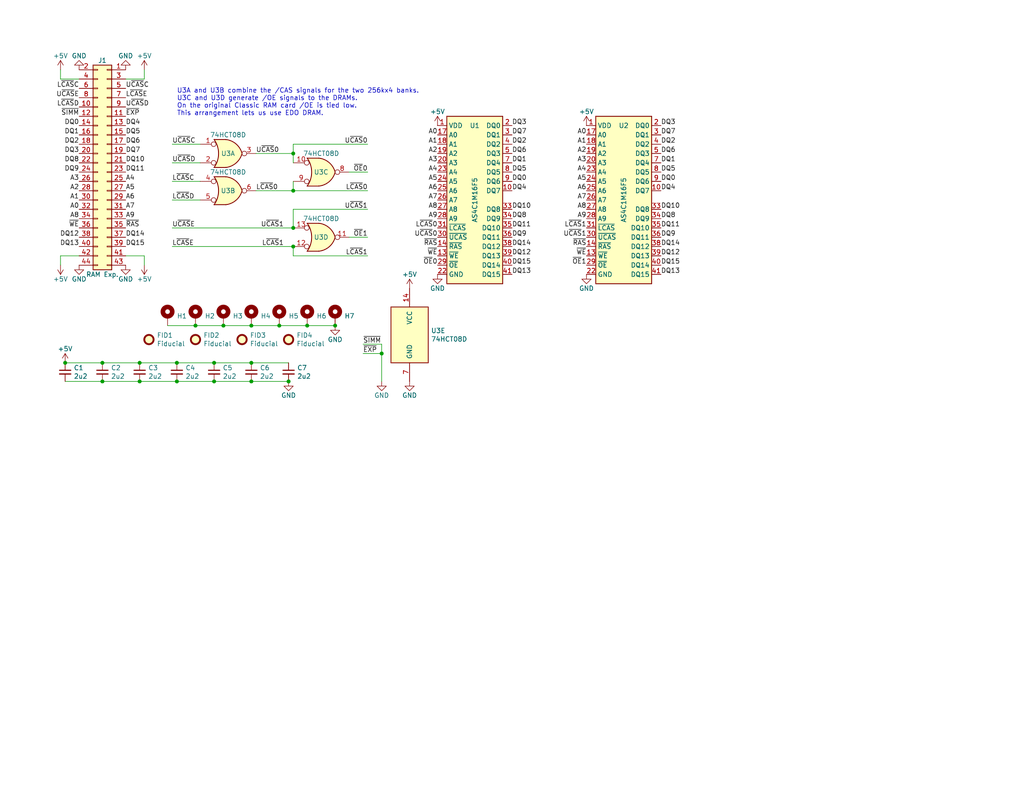
<source format=kicad_sch>
(kicad_sch (version 20211123) (generator eeschema)
  (paper "USLetter")
  (title_block (title "GW4406A") (date "2022-02-08") (rev "0.2") (company "Garrett's Workshop"))
  (lib_symbols
    (symbol "74xx:74LS08" (pin_names (offset 1.016))
      (property "Reference" "U" (at 0 1.27 0))
      (property "Value" "74LS08" (at 0 -1.27 0))
      (symbol "74LS08_1_1"
        (arc (start 0 -3.81) (mid 3.81 0) (end 0 3.81) (stroke (width 0.254)) (fill (type background)))
        (polyline (pts (xy 0 3.81) (xy -3.81 3.81) (xy -3.81 -3.81) (xy 0 -3.81)) (stroke (width 0.254)) (fill (type background)))
        (pin input line (at -7.62 2.54 0) (length 3.81) (name "~") (number "1"))
        (pin input line (at -7.62 -2.54 0) (length 3.81) (name "~") (number "2"))
        (pin output line (at 7.62 0 180) (length 3.81) (name "~") (number "3"))
      )
      (symbol "74LS08_1_2"
        (arc (start -3.81 -3.81) (mid -2.589 0) (end -3.81 3.81) (stroke (width 0.254)))
        (arc (start -0.6096 -3.81) (mid 2.1855 -2.584) (end 3.81 0) (stroke (width 0.254)) (fill (type background)))
        (polyline (pts (xy -3.81 -3.81) (xy -0.635 -3.81)) (stroke (width 0.254)) (fill (type background)))
        (polyline (pts (xy -3.81 3.81) (xy -0.635 3.81)) (stroke (width 0.254)) (fill (type background)))
        (polyline (pts (xy -0.635 3.81) (xy -3.81 3.81) (xy -3.81 3.81) (xy -3.556 3.4036) (xy -3.0226 2.2606) (xy -2.6924 1.0414) (xy -2.6162 -0.254) (xy -2.7686 -1.4986) (xy -3.175 -2.7178) (xy -3.81 -3.81) (xy -3.81 -3.81) (xy -0.635 -3.81)) (stroke (width -25.4)) (fill (type background)))
        (arc (start 3.81 0) (mid 2.1928 2.5925) (end -0.6096 3.81) (stroke (width 0.254)) (fill (type background)))
        (pin input inverted (at -7.62 2.54 0) (length 4.318) (name "~") (number "1"))
        (pin input inverted (at -7.62 -2.54 0) (length 4.318) (name "~") (number "2"))
        (pin output inverted (at 7.62 0 180) (length 3.81) (name "~") (number "3"))
      )
      (symbol "74LS08_2_1"
        (arc (start 0 -3.81) (mid 3.81 0) (end 0 3.81) (stroke (width 0.254)) (fill (type background)))
        (polyline (pts (xy 0 3.81) (xy -3.81 3.81) (xy -3.81 -3.81) (xy 0 -3.81)) (stroke (width 0.254)) (fill (type background)))
        (pin input line (at -7.62 2.54 0) (length 3.81) (name "~") (number "4"))
        (pin input line (at -7.62 -2.54 0) (length 3.81) (name "~") (number "5"))
        (pin output line (at 7.62 0 180) (length 3.81) (name "~") (number "6"))
      )
      (symbol "74LS08_2_2"
        (arc (start -3.81 -3.81) (mid -2.589 0) (end -3.81 3.81) (stroke (width 0.254)))
        (arc (start -0.6096 -3.81) (mid 2.1855 -2.584) (end 3.81 0) (stroke (width 0.254)) (fill (type background)))
        (polyline (pts (xy -3.81 -3.81) (xy -0.635 -3.81)) (stroke (width 0.254)) (fill (type background)))
        (polyline (pts (xy -3.81 3.81) (xy -0.635 3.81)) (stroke (width 0.254)) (fill (type background)))
        (polyline (pts (xy -0.635 3.81) (xy -3.81 3.81) (xy -3.81 3.81) (xy -3.556 3.4036) (xy -3.0226 2.2606) (xy -2.6924 1.0414) (xy -2.6162 -0.254) (xy -2.7686 -1.4986) (xy -3.175 -2.7178) (xy -3.81 -3.81) (xy -3.81 -3.81) (xy -0.635 -3.81)) (stroke (width -25.4)) (fill (type background)))
        (arc (start 3.81 0) (mid 2.1928 2.5925) (end -0.6096 3.81) (stroke (width 0.254)) (fill (type background)))
        (pin input inverted (at -7.62 2.54 0) (length 4.318) (name "~") (number "4"))
        (pin input inverted (at -7.62 -2.54 0) (length 4.318) (name "~") (number "5"))
        (pin output inverted (at 7.62 0 180) (length 3.81) (name "~") (number "6"))
      )
      (symbol "74LS08_3_1"
        (arc (start 0 -3.81) (mid 3.81 0) (end 0 3.81) (stroke (width 0.254)) (fill (type background)))
        (polyline (pts (xy 0 3.81) (xy -3.81 3.81) (xy -3.81 -3.81) (xy 0 -3.81)) (stroke (width 0.254)) (fill (type background)))
        (pin input line (at -7.62 -2.54 0) (length 3.81) (name "~") (number "10"))
        (pin output line (at 7.62 0 180) (length 3.81) (name "~") (number "8"))
        (pin input line (at -7.62 2.54 0) (length 3.81) (name "~") (number "9"))
      )
      (symbol "74LS08_3_2"
        (arc (start -3.81 -3.81) (mid -2.589 0) (end -3.81 3.81) (stroke (width 0.254)))
        (arc (start -0.6096 -3.81) (mid 2.1855 -2.584) (end 3.81 0) (stroke (width 0.254)) (fill (type background)))
        (polyline (pts (xy -3.81 -3.81) (xy -0.635 -3.81)) (stroke (width 0.254)) (fill (type background)))
        (polyline (pts (xy -3.81 3.81) (xy -0.635 3.81)) (stroke (width 0.254)) (fill (type background)))
        (polyline (pts (xy -0.635 3.81) (xy -3.81 3.81) (xy -3.81 3.81) (xy -3.556 3.4036) (xy -3.0226 2.2606) (xy -2.6924 1.0414) (xy -2.6162 -0.254) (xy -2.7686 -1.4986) (xy -3.175 -2.7178) (xy -3.81 -3.81) (xy -3.81 -3.81) (xy -0.635 -3.81)) (stroke (width -25.4)) (fill (type background)))
        (arc (start 3.81 0) (mid 2.1928 2.5925) (end -0.6096 3.81) (stroke (width 0.254)) (fill (type background)))
        (pin input inverted (at -7.62 -2.54 0) (length 4.318) (name "~") (number "10"))
        (pin output inverted (at 7.62 0 180) (length 3.81) (name "~") (number "8"))
        (pin input inverted (at -7.62 2.54 0) (length 4.318) (name "~") (number "9"))
      )
      (symbol "74LS08_4_1"
        (arc (start 0 -3.81) (mid 3.81 0) (end 0 3.81) (stroke (width 0.254)) (fill (type background)))
        (polyline (pts (xy 0 3.81) (xy -3.81 3.81) (xy -3.81 -3.81) (xy 0 -3.81)) (stroke (width 0.254)) (fill (type background)))
        (pin output line (at 7.62 0 180) (length 3.81) (name "~") (number "11"))
        (pin input line (at -7.62 2.54 0) (length 3.81) (name "~") (number "12"))
        (pin input line (at -7.62 -2.54 0) (length 3.81) (name "~") (number "13"))
      )
      (symbol "74LS08_4_2"
        (arc (start -3.81 -3.81) (mid -2.589 0) (end -3.81 3.81) (stroke (width 0.254)))
        (arc (start -0.6096 -3.81) (mid 2.1855 -2.584) (end 3.81 0) (stroke (width 0.254)) (fill (type background)))
        (polyline (pts (xy -3.81 -3.81) (xy -0.635 -3.81)) (stroke (width 0.254)) (fill (type background)))
        (polyline (pts (xy -3.81 3.81) (xy -0.635 3.81)) (stroke (width 0.254)) (fill (type background)))
        (polyline (pts (xy -0.635 3.81) (xy -3.81 3.81) (xy -3.81 3.81) (xy -3.556 3.4036) (xy -3.0226 2.2606) (xy -2.6924 1.0414) (xy -2.6162 -0.254) (xy -2.7686 -1.4986) (xy -3.175 -2.7178) (xy -3.81 -3.81) (xy -3.81 -3.81) (xy -0.635 -3.81)) (stroke (width -25.4)) (fill (type background)))
        (arc (start 3.81 0) (mid 2.1928 2.5925) (end -0.6096 3.81) (stroke (width 0.254)) (fill (type background)))
        (pin output inverted (at 7.62 0 180) (length 3.81) (name "~") (number "11"))
        (pin input inverted (at -7.62 2.54 0) (length 4.318) (name "~") (number "12"))
        (pin input inverted (at -7.62 -2.54 0) (length 4.318) (name "~") (number "13"))
      )
      (symbol "74LS08_5_0"
        (pin power_in line (at 0 12.7 270) (length 5.08) (name "VCC") (number "14"))
        (pin power_in line (at 0 -12.7 90) (length 5.08) (name "GND") (number "7"))
      )
      (symbol "74LS08_5_1"
        (rectangle (start -5.08 7.62) (end 5.08 -7.62) (stroke (width 0.254)) (fill (type background)))
      )
    )
    (symbol "Connector_Generic:Conn_02x22_Odd_Even" (pin_names (offset 1.016) hide)
      (property "Reference" "J" (at 1.27 27.94 0))
      (property "Value" "Conn_02x22_Odd_Even" (at 1.27 -30.48 0))
      (symbol "Conn_02x22_Odd_Even_1_1"
        (rectangle (start -1.27 -27.813) (end 0 -28.067) (stroke (width 0.1524)))
        (rectangle (start -1.27 -25.273) (end 0 -25.527) (stroke (width 0.1524)))
        (rectangle (start -1.27 -22.733) (end 0 -22.987) (stroke (width 0.1524)))
        (rectangle (start -1.27 -20.193) (end 0 -20.447) (stroke (width 0.1524)))
        (rectangle (start -1.27 -17.653) (end 0 -17.907) (stroke (width 0.1524)))
        (rectangle (start -1.27 -15.113) (end 0 -15.367) (stroke (width 0.1524)))
        (rectangle (start -1.27 -12.573) (end 0 -12.827) (stroke (width 0.1524)))
        (rectangle (start -1.27 -10.033) (end 0 -10.287) (stroke (width 0.1524)))
        (rectangle (start -1.27 -7.493) (end 0 -7.747) (stroke (width 0.1524)))
        (rectangle (start -1.27 -4.953) (end 0 -5.207) (stroke (width 0.1524)))
        (rectangle (start -1.27 -2.413) (end 0 -2.667) (stroke (width 0.1524)))
        (rectangle (start -1.27 0.127) (end 0 -0.127) (stroke (width 0.1524)))
        (rectangle (start -1.27 2.667) (end 0 2.413) (stroke (width 0.1524)))
        (rectangle (start -1.27 5.207) (end 0 4.953) (stroke (width 0.1524)))
        (rectangle (start -1.27 7.747) (end 0 7.493) (stroke (width 0.1524)))
        (rectangle (start -1.27 10.287) (end 0 10.033) (stroke (width 0.1524)))
        (rectangle (start -1.27 12.827) (end 0 12.573) (stroke (width 0.1524)))
        (rectangle (start -1.27 15.367) (end 0 15.113) (stroke (width 0.1524)))
        (rectangle (start -1.27 17.907) (end 0 17.653) (stroke (width 0.1524)))
        (rectangle (start -1.27 20.447) (end 0 20.193) (stroke (width 0.1524)))
        (rectangle (start -1.27 22.987) (end 0 22.733) (stroke (width 0.1524)))
        (rectangle (start -1.27 25.527) (end 0 25.273) (stroke (width 0.1524)))
        (rectangle (start -1.27 26.67) (end 3.81 -29.21) (stroke (width 0.254)) (fill (type background)))
        (rectangle (start 3.81 -27.813) (end 2.54 -28.067) (stroke (width 0.1524)))
        (rectangle (start 3.81 -25.273) (end 2.54 -25.527) (stroke (width 0.1524)))
        (rectangle (start 3.81 -22.733) (end 2.54 -22.987) (stroke (width 0.1524)))
        (rectangle (start 3.81 -20.193) (end 2.54 -20.447) (stroke (width 0.1524)))
        (rectangle (start 3.81 -17.653) (end 2.54 -17.907) (stroke (width 0.1524)))
        (rectangle (start 3.81 -15.113) (end 2.54 -15.367) (stroke (width 0.1524)))
        (rectangle (start 3.81 -12.573) (end 2.54 -12.827) (stroke (width 0.1524)))
        (rectangle (start 3.81 -10.033) (end 2.54 -10.287) (stroke (width 0.1524)))
        (rectangle (start 3.81 -7.493) (end 2.54 -7.747) (stroke (width 0.1524)))
        (rectangle (start 3.81 -4.953) (end 2.54 -5.207) (stroke (width 0.1524)))
        (rectangle (start 3.81 -2.413) (end 2.54 -2.667) (stroke (width 0.1524)))
        (rectangle (start 3.81 0.127) (end 2.54 -0.127) (stroke (width 0.1524)))
        (rectangle (start 3.81 2.667) (end 2.54 2.413) (stroke (width 0.1524)))
        (rectangle (start 3.81 5.207) (end 2.54 4.953) (stroke (width 0.1524)))
        (rectangle (start 3.81 7.747) (end 2.54 7.493) (stroke (width 0.1524)))
        (rectangle (start 3.81 10.287) (end 2.54 10.033) (stroke (width 0.1524)))
        (rectangle (start 3.81 12.827) (end 2.54 12.573) (stroke (width 0.1524)))
        (rectangle (start 3.81 15.367) (end 2.54 15.113) (stroke (width 0.1524)))
        (rectangle (start 3.81 17.907) (end 2.54 17.653) (stroke (width 0.1524)))
        (rectangle (start 3.81 20.447) (end 2.54 20.193) (stroke (width 0.1524)))
        (rectangle (start 3.81 22.987) (end 2.54 22.733) (stroke (width 0.1524)))
        (rectangle (start 3.81 25.527) (end 2.54 25.273) (stroke (width 0.1524)))
        (pin passive line (at -5.08 25.4 0) (length 3.81) (name "Pin_1") (number "1"))
        (pin passive line (at 7.62 15.24 180) (length 3.81) (name "Pin_10") (number "10"))
        (pin passive line (at -5.08 12.7 0) (length 3.81) (name "Pin_11") (number "11"))
        (pin passive line (at 7.62 12.7 180) (length 3.81) (name "Pin_12") (number "12"))
        (pin passive line (at -5.08 10.16 0) (length 3.81) (name "Pin_13") (number "13"))
        (pin passive line (at 7.62 10.16 180) (length 3.81) (name "Pin_14") (number "14"))
        (pin passive line (at -5.08 7.62 0) (length 3.81) (name "Pin_15") (number "15"))
        (pin passive line (at 7.62 7.62 180) (length 3.81) (name "Pin_16") (number "16"))
        (pin passive line (at -5.08 5.08 0) (length 3.81) (name "Pin_17") (number "17"))
        (pin passive line (at 7.62 5.08 180) (length 3.81) (name "Pin_18") (number "18"))
        (pin passive line (at -5.08 2.54 0) (length 3.81) (name "Pin_19") (number "19"))
        (pin passive line (at 7.62 25.4 180) (length 3.81) (name "Pin_2") (number "2"))
        (pin passive line (at 7.62 2.54 180) (length 3.81) (name "Pin_20") (number "20"))
        (pin passive line (at -5.08 0 0) (length 3.81) (name "Pin_21") (number "21"))
        (pin passive line (at 7.62 0 180) (length 3.81) (name "Pin_22") (number "22"))
        (pin passive line (at -5.08 -2.54 0) (length 3.81) (name "Pin_23") (number "23"))
        (pin passive line (at 7.62 -2.54 180) (length 3.81) (name "Pin_24") (number "24"))
        (pin passive line (at -5.08 -5.08 0) (length 3.81) (name "Pin_25") (number "25"))
        (pin passive line (at 7.62 -5.08 180) (length 3.81) (name "Pin_26") (number "26"))
        (pin passive line (at -5.08 -7.62 0) (length 3.81) (name "Pin_27") (number "27"))
        (pin passive line (at 7.62 -7.62 180) (length 3.81) (name "Pin_28") (number "28"))
        (pin passive line (at -5.08 -10.16 0) (length 3.81) (name "Pin_29") (number "29"))
        (pin passive line (at -5.08 22.86 0) (length 3.81) (name "Pin_3") (number "3"))
        (pin passive line (at 7.62 -10.16 180) (length 3.81) (name "Pin_30") (number "30"))
        (pin passive line (at -5.08 -12.7 0) (length 3.81) (name "Pin_31") (number "31"))
        (pin passive line (at 7.62 -12.7 180) (length 3.81) (name "Pin_32") (number "32"))
        (pin passive line (at -5.08 -15.24 0) (length 3.81) (name "Pin_33") (number "33"))
        (pin passive line (at 7.62 -15.24 180) (length 3.81) (name "Pin_34") (number "34"))
        (pin passive line (at -5.08 -17.78 0) (length 3.81) (name "Pin_35") (number "35"))
        (pin passive line (at 7.62 -17.78 180) (length 3.81) (name "Pin_36") (number "36"))
        (pin passive line (at -5.08 -20.32 0) (length 3.81) (name "Pin_37") (number "37"))
        (pin passive line (at 7.62 -20.32 180) (length 3.81) (name "Pin_38") (number "38"))
        (pin passive line (at -5.08 -22.86 0) (length 3.81) (name "Pin_39") (number "39"))
        (pin passive line (at 7.62 22.86 180) (length 3.81) (name "Pin_4") (number "4"))
        (pin passive line (at 7.62 -22.86 180) (length 3.81) (name "Pin_40") (number "40"))
        (pin passive line (at -5.08 -25.4 0) (length 3.81) (name "Pin_41") (number "41"))
        (pin passive line (at 7.62 -25.4 180) (length 3.81) (name "Pin_42") (number "42"))
        (pin passive line (at -5.08 -27.94 0) (length 3.81) (name "Pin_43") (number "43"))
        (pin passive line (at 7.62 -27.94 180) (length 3.81) (name "Pin_44") (number "44"))
        (pin passive line (at -5.08 20.32 0) (length 3.81) (name "Pin_5") (number "5"))
        (pin passive line (at 7.62 20.32 180) (length 3.81) (name "Pin_6") (number "6"))
        (pin passive line (at -5.08 17.78 0) (length 3.81) (name "Pin_7") (number "7"))
        (pin passive line (at 7.62 17.78 180) (length 3.81) (name "Pin_8") (number "8"))
        (pin passive line (at -5.08 15.24 0) (length 3.81) (name "Pin_9") (number "9"))
      )
    )
    (symbol "Device:C_Small" (pin_numbers hide) (pin_names (offset 0.254) hide)
      (property "Reference" "C" (at 0.254 1.778 0))
      (property "Value" "C_Small" (at 0.254 -2.032 0))
      (symbol "C_Small_0_1"
        (polyline (pts (xy -1.524 -0.508) (xy 1.524 -0.508)) (stroke (width 0.3302)))
        (polyline (pts (xy -1.524 0.508) (xy 1.524 0.508)) (stroke (width 0.3048)))
      )
      (symbol "C_Small_1_1"
        (pin passive line (at 0 2.54 270) (length 2.032) (name "~") (number "1"))
        (pin passive line (at 0 -2.54 90) (length 2.032) (name "~") (number "2"))
      )
    )
    (symbol "GW_RAM:DRAM-1Mx16-SOP-42"
      (property "Reference" "U" (at 0 24.13 0))
      (property "Value" "DRAM-1Mx16-SOP-42" (at 0 0 90))
      (symbol "DRAM-1Mx16-SOP-42_0_1"
        (rectangle (start -7.62 22.86) (end 7.62 -22.86) (stroke (width 0.254)) (fill (type background)))
      )
      (symbol "DRAM-1Mx16-SOP-42_1_1"
        (pin power_in line (at -10.16 20.32 0) (length 2.54) (name "VDD") (number "1"))
        (pin bidirectional line (at 10.16 2.54 180) (length 2.54) (name "DQ7") (number "10"))
        (pin no_connect line (at 10.16 1.27 180) (length 2.54) hide (name "NC") (number "11"))
        (pin no_connect line (at 10.16 0 180) (length 2.54) hide (name "NC") (number "12"))
        (pin input line (at -10.16 -15.24 0) (length 2.54) (name "~{WE}") (number "13"))
        (pin input line (at -10.16 -12.7 0) (length 2.54) (name "~{RAS}") (number "14"))
        (pin no_connect line (at 10.16 21.59 180) (length 2.54) hide (name "NC") (number "15"))
        (pin no_connect line (at 10.16 -21.59 180) (length 2.54) hide (name "NC") (number "16"))
        (pin input line (at -10.16 17.78 0) (length 2.54) (name "A0") (number "17"))
        (pin input line (at -10.16 15.24 0) (length 2.54) (name "A1") (number "18"))
        (pin input line (at -10.16 12.7 0) (length 2.54) (name "A2") (number "19"))
        (pin bidirectional line (at 10.16 20.32 180) (length 2.54) (name "DQ0") (number "2"))
        (pin input line (at -10.16 10.16 0) (length 2.54) (name "A3") (number "20"))
        (pin power_in line (at -10.16 20.32 0) (length 2.54) hide (name "VDD") (number "21"))
        (pin power_in line (at -10.16 -20.32 0) (length 2.54) (name "GND") (number "22"))
        (pin input line (at -10.16 7.62 0) (length 2.54) (name "A4") (number "23"))
        (pin input line (at -10.16 5.08 0) (length 2.54) (name "A5") (number "24"))
        (pin input line (at -10.16 2.54 0) (length 2.54) (name "A6") (number "25"))
        (pin input line (at -10.16 0 0) (length 2.54) (name "A7") (number "26"))
        (pin input line (at -10.16 -2.54 0) (length 2.54) (name "A8") (number "27"))
        (pin input line (at -10.16 -5.08 0) (length 2.54) (name "A9") (number "28"))
        (pin input line (at -10.16 -17.78 0) (length 2.54) (name "~{OE}") (number "29"))
        (pin bidirectional line (at 10.16 17.78 180) (length 2.54) (name "DQ1") (number "3"))
        (pin input line (at -10.16 -10.16 0) (length 2.54) (name "~{UCAS}") (number "30"))
        (pin input line (at -10.16 -7.62 0) (length 2.54) (name "~{LCAS}") (number "31"))
        (pin no_connect line (at 10.16 -1.27 180) (length 2.54) hide (name "NC") (number "32"))
        (pin bidirectional line (at 10.16 -2.54 180) (length 2.54) (name "DQ8") (number "33"))
        (pin bidirectional line (at 10.16 -5.08 180) (length 2.54) (name "DQ9") (number "34"))
        (pin bidirectional line (at 10.16 -7.62 180) (length 2.54) (name "DQ10") (number "35"))
        (pin bidirectional line (at 10.16 -10.16 180) (length 2.54) (name "DQ11") (number "36"))
        (pin power_in line (at -10.16 -20.32 0) (length 2.54) hide (name "GND") (number "37"))
        (pin bidirectional line (at 10.16 -12.7 180) (length 2.54) (name "DQ12") (number "38"))
        (pin bidirectional line (at 10.16 -15.24 180) (length 2.54) (name "DQ13") (number "39"))
        (pin bidirectional line (at 10.16 15.24 180) (length 2.54) (name "DQ2") (number "4"))
        (pin bidirectional line (at 10.16 -17.78 180) (length 2.54) (name "DQ14") (number "40"))
        (pin bidirectional line (at 10.16 -20.32 180) (length 2.54) (name "DQ15") (number "41"))
        (pin power_in line (at -10.16 -20.32 0) (length 2.54) hide (name "GND") (number "42"))
        (pin bidirectional line (at 10.16 12.7 180) (length 2.54) (name "DQ3") (number "5"))
        (pin power_in line (at -10.16 20.32 0) (length 2.54) hide (name "VDD") (number "6"))
        (pin bidirectional line (at 10.16 10.16 180) (length 2.54) (name "DQ4") (number "7"))
        (pin bidirectional line (at 10.16 7.62 180) (length 2.54) (name "DQ5") (number "8"))
        (pin bidirectional line (at 10.16 5.08 180) (length 2.54) (name "DQ6") (number "9"))
      )
    )
    (symbol "Mechanical:Fiducial"
      (property "Reference" "FID" (at 0 5.08 0))
      (property "Value" "Fiducial" (at 0 3.175 0))
      (symbol "Fiducial_0_1"
        (circle (center 0 0) (radius 1.27) (stroke (width 0.508)) (fill (type background)))
      )
    )
    (symbol "Mechanical:MountingHole_Pad" (pin_numbers hide) (pin_names (offset 1.016) hide)
      (property "Reference" "H" (at 0 6.35 0))
      (property "Value" "MountingHole_Pad" (at 0 4.445 0))
      (symbol "MountingHole_Pad_0_1"
        (circle (center 0 1.27) (radius 1.27) (stroke (width 1.27)))
      )
      (symbol "MountingHole_Pad_1_1"
        (pin input line (at 0 -2.54 90) (length 2.54) (name "1") (number "1"))
      )
    )
    (symbol "power:+5V" (power) (pin_names (offset 0))
      (property "Value" "+5V" (at 0 3.556 0))
      (symbol "+5V_0_1"
        (polyline (pts (xy -0.762 1.27) (xy 0 2.54)))
        (polyline (pts (xy 0 0) (xy 0 2.54)))
        (polyline (pts (xy 0 2.54) (xy 0.762 1.27)))
      )
      (symbol "+5V_1_1"
        (pin power_in line (at 0 0 90) (length 0) hide (name "+5V") (number "1"))
      )
    )
    (symbol "power:GND" (power) (pin_names (offset 0))
      (property "Value" "GND" (at 0 -3.81 0))
      (symbol "GND_0_1"
        (polyline (pts (xy 0 0) (xy 0 -1.27) (xy 1.27 -1.27) (xy 0 -2.54) (xy -1.27 -1.27) (xy 0 -1.27)))
      )
      (symbol "GND_1_1"
        (pin power_in line (at 0 0 270) (length 0) hide (name "GND") (number "1"))
      )
    )
  )
  (junction (at 38.1 104.14))
  (junction (at 76.2 88.9))
  (junction (at 80.01 52.07))
  (junction (at 17.78 99.06))
  (junction (at 68.58 99.06))
  (junction (at 104.14 96.52))
  (junction (at 68.58 104.14))
  (junction (at 78.74 104.14))
  (junction (at 80.01 62.23))
  (junction (at 68.58 88.9))
  (junction (at 80.01 41.91))
  (junction (at 80.01 67.31))
  (junction (at 91.44 88.9))
  (junction (at 48.26 99.06))
  (junction (at 48.26 104.14))
  (junction (at 38.1 99.06))
  (junction (at 83.82 88.9))
  (junction (at 60.96 88.9))
  (junction (at 53.34 88.9))
  (junction (at 58.42 104.14))
  (junction (at 27.94 104.14))
  (junction (at 58.42 99.06))
  (junction (at 27.94 99.06))
  (wire (pts (xy 80.01 62.23) (xy 80.01 57.15)))
  (wire (pts (xy 80.01 49.53) (xy 80.01 52.07)))
  (wire (pts (xy 83.82 88.9) (xy 91.44 88.9)))
  (wire (pts (xy 16.51 69.85) (xy 21.59 69.85)))
  (wire (pts (xy 58.42 99.06) (xy 68.58 99.06)))
  (wire (pts (xy 68.58 104.14) (xy 78.74 104.14)))
  (wire (pts (xy 80.01 52.07) (xy 100.33 52.07)))
  (wire (pts (xy 39.37 69.85) (xy 34.29 69.85)))
  (wire (pts (xy 45.72 88.9) (xy 53.34 88.9)))
  (wire (pts (xy 69.85 41.91) (xy 80.01 41.91)))
  (wire (pts (xy 46.99 39.37) (xy 54.61 39.37)))
  (wire (pts (xy 17.78 104.14) (xy 27.94 104.14)))
  (wire (pts (xy 38.1 104.14) (xy 48.26 104.14)))
  (wire (pts (xy 104.14 93.98) (xy 99.06 93.98)))
  (wire (pts (xy 38.1 99.06) (xy 48.26 99.06)))
  (wire (pts (xy 27.94 99.06) (xy 38.1 99.06)))
  (wire (pts (xy 104.14 104.14) (xy 104.14 96.52)))
  (wire (pts (xy 104.14 96.52) (xy 104.14 93.98)))
  (wire (pts (xy 80.01 57.15) (xy 100.33 57.15)))
  (wire (pts (xy 80.01 62.23) (xy 46.99 62.23)))
  (wire (pts (xy 58.42 104.14) (xy 68.58 104.14)))
  (wire (pts (xy 16.51 19.05) (xy 16.51 21.59)))
  (wire (pts (xy 39.37 19.05) (xy 39.37 21.59)))
  (wire (pts (xy 27.94 104.14) (xy 38.1 104.14)))
  (wire (pts (xy 46.99 44.45) (xy 54.61 44.45)))
  (wire (pts (xy 17.78 99.06) (xy 27.94 99.06)))
  (wire (pts (xy 80.01 39.37) (xy 100.33 39.37)))
  (wire (pts (xy 80.01 41.91) (xy 80.01 39.37)))
  (wire (pts (xy 60.96 88.9) (xy 68.58 88.9)))
  (wire (pts (xy 39.37 72.39) (xy 39.37 69.85)))
  (wire (pts (xy 68.58 88.9) (xy 76.2 88.9)))
  (wire (pts (xy 100.33 46.99) (xy 95.25 46.99)))
  (wire (pts (xy 76.2 88.9) (xy 83.82 88.9)))
  (wire (pts (xy 68.58 99.06) (xy 78.74 99.06)))
  (wire (pts (xy 16.51 72.39) (xy 16.51 69.85)))
  (wire (pts (xy 80.01 67.31) (xy 80.01 69.85)))
  (wire (pts (xy 54.61 49.53) (xy 46.99 49.53)))
  (wire (pts (xy 46.99 54.61) (xy 54.61 54.61)))
  (wire (pts (xy 80.01 52.07) (xy 69.85 52.07)))
  (wire (pts (xy 48.26 99.06) (xy 58.42 99.06)))
  (wire (pts (xy 80.01 44.45) (xy 80.01 41.91)))
  (wire (pts (xy 48.26 104.14) (xy 58.42 104.14)))
  (wire (pts (xy 16.51 21.59) (xy 21.59 21.59)))
  (wire (pts (xy 39.37 21.59) (xy 34.29 21.59)))
  (wire (pts (xy 100.33 64.77) (xy 95.25 64.77)))
  (wire (pts (xy 99.06 96.52) (xy 104.14 96.52)))
  (wire (pts (xy 80.01 67.31) (xy 46.99 67.31)))
  (wire (pts (xy 53.34 88.9) (xy 60.96 88.9)))
  (wire (pts (xy 80.01 69.85) (xy 100.33 69.85)))
  (text "U3A and U3B combine the /CAS signals for the two 256kx4 banks.\nU3C and U3D generate /OE signals to the DRAMs.\nOn the original Classic RAM card /OE is tied low.\nThis arrangement lets us use EDO DRAM." (at 48.26 31.75 0) (effects (font (size 1.27 1.27)) (justify left bottom)))
  (label "L~{CAS}0" (at 69.85 52.07 0))
  (label "DQ2" (at 180.34 39.37 0))
  (label "A3" (at 160.02 44.45 180))
  (label "DQ10" (at 180.34 57.15 0))
  (label "~{OE}1" (at 160.02 72.39 180))
  (label "DQ7" (at 180.34 36.83 0))
  (label "DQ1" (at 21.59 36.83 180))
  (label "A7" (at 160.02 54.61 180))
  (label "DQ7" (at 34.29 41.91 0))
  (label "~{EXP}" (at 99.06 96.52 0))
  (label "~{RAS}" (at 119.38 67.31 180))
  (label "A8" (at 160.02 57.15 180))
  (label "A0" (at 119.38 36.83 180))
  (label "A8" (at 119.38 57.15 180))
  (label "~{SIMM}" (at 99.06 93.98 0))
  (label "~{WE}" (at 119.38 69.85 180))
  (label "A3" (at 21.59 49.53 180))
  (label "~{OE}0" (at 119.38 72.39 180))
  (label "DQ0" (at 139.7 49.53 0))
  (label "~{WE}" (at 21.59 62.23 180))
  (label "A4" (at 160.02 46.99 180))
  (label "DQ12" (at 139.7 69.85 0))
  (label "U~{CAS}E" (at 21.59 26.67 180))
  (label "DQ2" (at 21.59 39.37 180))
  (label "~{EXP}" (at 34.29 31.75 0))
  (label "A9" (at 160.02 59.69 180))
  (label "~{RAS}" (at 34.29 62.23 0))
  (label "DQ10" (at 34.29 44.45 0))
  (label "DQ8" (at 180.34 59.69 0))
  (label "DQ12" (at 180.34 69.85 0))
  (label "DQ0" (at 180.34 49.53 0))
  (label "DQ5" (at 180.34 46.99 0))
  (label "DQ6" (at 34.29 39.37 0))
  (label "U~{CAS}0" (at 100.33 39.37 180))
  (label "~{SIMM}" (at 21.59 31.75 180))
  (label "U~{CAS}C" (at 34.29 24.13 0))
  (label "A0" (at 21.59 57.15 180))
  (label "A9" (at 119.38 59.69 180))
  (label "A4" (at 34.29 49.53 0))
  (label "A1" (at 21.59 54.61 180))
  (label "A7" (at 34.29 57.15 0))
  (label "A9" (at 34.29 59.69 0))
  (label "DQ4" (at 34.29 34.29 0))
  (label "L~{CAS}1" (at 77.47 67.31 180))
  (label "U~{CAS}1" (at 160.02 64.77 180))
  (label "A0" (at 160.02 36.83 180))
  (label "U~{CAS}1" (at 100.33 57.15 180))
  (label "~{OE}1" (at 100.33 64.77 180))
  (label "DQ10" (at 139.7 57.15 0))
  (label "DQ9" (at 139.7 64.77 0))
  (label "DQ14" (at 139.7 67.31 0))
  (label "L~{CAS}D" (at 21.59 29.21 180))
  (label "DQ9" (at 180.34 64.77 0))
  (label "A3" (at 119.38 44.45 180))
  (label "L~{CAS}E" (at 46.99 67.31 0))
  (label "DQ4" (at 180.34 52.07 0))
  (label "L~{CAS}1" (at 160.02 62.23 180))
  (label "DQ7" (at 139.7 36.83 0))
  (label "DQ4" (at 139.7 52.07 0))
  (label "U~{CAS}D" (at 46.99 44.45 0))
  (label "DQ8" (at 21.59 44.45 180))
  (label "U~{CAS}D" (at 34.29 29.21 0))
  (label "A1" (at 160.02 39.37 180))
  (label "L~{CAS}E" (at 34.29 26.67 0))
  (label "U~{CAS}0" (at 69.85 41.91 0))
  (label "A8" (at 21.59 59.69 180))
  (label "~{OE}0" (at 100.33 46.99 180))
  (label "DQ11" (at 180.34 62.23 0))
  (label "U~{CAS}C" (at 46.99 39.37 0))
  (label "~{WE}" (at 160.02 69.85 180))
  (label "A6" (at 119.38 52.07 180))
  (label "A5" (at 34.29 52.07 0))
  (label "DQ2" (at 139.7 39.37 0))
  (label "A5" (at 160.02 49.53 180))
  (label "DQ15" (at 180.34 72.39 0))
  (label "DQ3" (at 21.59 41.91 180))
  (label "L~{CAS}C" (at 46.99 49.53 0))
  (label "DQ1" (at 180.34 44.45 0))
  (label "DQ9" (at 21.59 46.99 180))
  (label "DQ11" (at 34.29 46.99 0))
  (label "DQ13" (at 180.34 74.93 0))
  (label "DQ14" (at 180.34 67.31 0))
  (label "L~{CAS}0" (at 119.38 62.23 180))
  (label "DQ14" (at 34.29 64.77 0))
  (label "~{RAS}" (at 160.02 67.31 180))
  (label "A2" (at 21.59 52.07 180))
  (label "A5" (at 119.38 49.53 180))
  (label "DQ12" (at 21.59 64.77 180))
  (label "DQ0" (at 21.59 34.29 180))
  (label "DQ5" (at 139.7 46.99 0))
  (label "DQ13" (at 21.59 67.31 180))
  (label "DQ11" (at 139.7 62.23 0))
  (label "L~{CAS}C" (at 21.59 24.13 180))
  (label "DQ3" (at 180.34 34.29 0))
  (label "A1" (at 119.38 39.37 180))
  (label "DQ6" (at 139.7 41.91 0))
  (label "DQ6" (at 180.34 41.91 0))
  (label "A6" (at 34.29 54.61 0))
  (label "U~{CAS}0" (at 119.38 64.77 180))
  (label "A2" (at 160.02 41.91 180))
  (label "A2" (at 119.38 41.91 180))
  (label "L~{CAS}1" (at 100.33 69.85 180))
  (label "A4" (at 119.38 46.99 180))
  (label "U~{CAS}1" (at 77.47 62.23 180))
  (label "DQ8" (at 139.7 59.69 0))
  (label "DQ15" (at 34.29 67.31 0))
  (label "L~{CAS}D" (at 46.99 54.61 0))
  (label "A7" (at 119.38 54.61 180))
  (label "A6" (at 160.02 52.07 180))
  (label "U~{CAS}E" (at 46.99 62.23 0))
  (label "DQ15" (at 139.7 72.39 0))
  (label "DQ13" (at 139.7 74.93 0))
  (label "DQ3" (at 139.7 34.29 0))
  (label "L~{CAS}0" (at 100.33 52.07 180))
  (label "DQ5" (at 34.29 36.83 0))
  (label "DQ1" (at 139.7 44.45 0))
  (symbol (lib_id "Mechanical:MountingHole_Pad") (at 60.96 86.36 0) (unit 1)
    (property "Reference" "H3" (at 63.5 86.2838 0) (effects (justify left)))
    (property "Value" " " (effects hide))
    (property "Footprint" "stdpads:PasteHole_1.1mm_PTH" (effects hide))
  )
  (symbol (lib_id "Mechanical:MountingHole_Pad") (at 68.58 86.36 0) (unit 1)
    (property "Reference" "H4" (at 71.12 86.2838 0) (effects (justify left)))
    (property "Value" " " (effects hide))
    (property "Footprint" "stdpads:PasteHole_1.1mm_PTH" (effects hide))
  )
  (symbol (lib_id "Mechanical:Fiducial") (at 40.64 92.71 0) (unit 1)
    (property "Reference" "FID1" (at 42.799 91.5416 0) (effects (justify left)))
    (property "Value" "Fiducial" (at 42.799 93.853 0) (effects (justify left)))
    (property "Footprint" "stdpads:Fiducial" (effects hide))
  )
  (symbol (lib_id "Mechanical:Fiducial") (at 53.34 92.71 0) (unit 1)
    (property "Reference" "FID2" (at 55.499 91.5416 0) (effects (justify left)))
    (property "Value" "Fiducial" (at 55.499 93.853 0) (effects (justify left)))
    (property "Footprint" "stdpads:Fiducial" (effects hide))
  )
  (symbol (lib_id "Mechanical:Fiducial") (at 66.04 92.71 0) (unit 1)
    (property "Reference" "FID3" (at 68.199 91.5416 0) (effects (justify left)))
    (property "Value" "Fiducial" (at 68.199 93.853 0) (effects (justify left)))
    (property "Footprint" "stdpads:Fiducial" (effects hide))
  )
  (symbol (lib_id "Mechanical:Fiducial") (at 78.74 92.71 0) (unit 1)
    (property "Reference" "FID4" (at 80.899 91.5416 0) (effects (justify left)))
    (property "Value" "Fiducial" (at 80.899 93.853 0) (effects (justify left)))
    (property "Footprint" "stdpads:Fiducial" (effects hide))
  )
  (symbol (lib_id "Mechanical:MountingHole_Pad") (at 45.72 86.36 0) (unit 1)
    (property "Reference" "H1" (at 48.26 86.2838 0) (effects (justify left)))
    (property "Value" " " (effects hide))
    (property "Footprint" "stdpads:PasteHole_1.1mm_PTH" (effects hide))
  )
  (symbol (lib_id "Mechanical:MountingHole_Pad") (at 53.34 86.36 0) (unit 1)
    (property "Reference" "H2" (at 55.88 86.2838 0) (effects (justify left)))
    (property "Value" " " (effects hide))
    (property "Footprint" "stdpads:PasteHole_1.1mm_PTH" (effects hide))
  )
  (symbol (lib_id "power:+5V") (at 17.78 99.06 0) (mirror y) (unit 1)
    (property "Reference" "#PWR0112" (effects hide))
    (property "Value" "+5V" (at 17.78 95.25 0))
  )
  (symbol (lib_id "Device:C_Small") (at 68.58 101.6 0) (unit 1)
    (property "Reference" "C6" (at 70.9168 100.4316 0) (effects (justify left)))
    (property "Value" "2u2" (at 70.9168 102.743 0) (effects (justify left)))
    (property "Footprint" "stdpads:C_0805" (effects hide))
  )
  (symbol (lib_id "power:GND") (at 78.74 104.14 0) (unit 1)
    (property "Reference" "#PWR0113" (effects hide))
    (property "Value" "GND" (at 78.74 107.95 0))
  )
  (symbol (lib_id "Device:C_Small") (at 58.42 101.6 0) (unit 1)
    (property "Reference" "C5" (at 60.7568 100.4316 0) (effects (justify left)))
    (property "Value" "2u2" (at 60.7568 102.743 0) (effects (justify left)))
    (property "Footprint" "stdpads:C_0805" (effects hide))
  )
  (symbol (lib_id "Device:C_Small") (at 78.74 101.6 0) (unit 1)
    (property "Reference" "C7" (at 81.0768 100.4316 0) (effects (justify left)))
    (property "Value" "2u2" (at 81.0768 102.743 0) (effects (justify left)))
    (property "Footprint" "stdpads:C_0805" (effects hide))
  )
  (symbol (lib_id "Device:C_Small") (at 27.94 101.6 0) (unit 1)
    (property "Reference" "C2" (at 30.2768 100.4316 0) (effects (justify left)))
    (property "Value" "2u2" (at 30.2768 102.743 0) (effects (justify left)))
    (property "Footprint" "stdpads:C_0805" (effects hide))
  )
  (symbol (lib_id "Device:C_Small") (at 48.26 101.6 0) (unit 1)
    (property "Reference" "C4" (at 50.5968 100.4316 0) (effects (justify left)))
    (property "Value" "2u2" (at 50.5968 102.743 0) (effects (justify left)))
    (property "Footprint" "stdpads:C_0805" (effects hide))
  )
  (symbol (lib_id "Device:C_Small") (at 17.78 101.6 0) (unit 1)
    (property "Reference" "C1" (at 20.1168 100.4316 0) (effects (justify left)))
    (property "Value" "2u2" (at 20.1168 102.743 0) (effects (justify left)))
    (property "Footprint" "stdpads:C_0805" (effects hide))
  )
  (symbol (lib_id "Device:C_Small") (at 38.1 101.6 0) (unit 1)
    (property "Reference" "C3" (at 40.4368 100.4316 0) (effects (justify left)))
    (property "Value" "2u2" (at 40.4368 102.743 0) (effects (justify left)))
    (property "Footprint" "stdpads:C_0805" (effects hide))
  )
  (symbol (lib_id "GW_RAM:DRAM-1Mx16-SOP-42") (at 129.54 54.61 0) (unit 1)
    (property "Reference" "U1" (at 129.54 34.29 0))
    (property "Value" "AS4C1M16F5" (at 129.54 54.61 90))
    (property "Footprint" "stdpads:SOJ-42_400mil" (effects hide))
  )
  (symbol (lib_id "power:GND") (at 119.38 74.93 0) (unit 1)
    (property "Reference" "#PWR0101" (effects hide))
    (property "Value" "GND" (at 119.38 78.74 0))
  )
  (symbol (lib_id "power:+5V") (at 119.38 34.29 0) (mirror y) (unit 1)
    (property "Reference" "#PWR0102" (effects hide))
    (property "Value" "+5V" (at 119.38 30.48 0))
  )
  (symbol (lib_id "GW_RAM:DRAM-1Mx16-SOP-42") (at 170.18 54.61 0) (unit 1)
    (property "Reference" "U2" (at 170.18 34.29 0))
    (property "Value" "AS4C1M16F5" (at 170.18 54.61 90))
    (property "Footprint" "stdpads:SOJ-42_400mil" (effects hide))
  )
  (symbol (lib_id "power:GND") (at 160.02 74.93 0) (unit 1)
    (property "Reference" "#PWR0103" (effects hide))
    (property "Value" "GND" (at 160.02 78.74 0))
  )
  (symbol (lib_id "power:+5V") (at 160.02 34.29 0) (mirror y) (unit 1)
    (property "Reference" "#PWR0104" (effects hide))
    (property "Value" "+5V" (at 160.02 30.48 0))
  )
  (symbol (lib_id "Connector_Generic:Conn_02x22_Odd_Even") (at 29.21 44.45 0) (mirror y) (unit 1)
    (property "Reference" "J1" (at 27.94 16.51 0))
    (property "Value" "RAM Exp." (at 27.94 74.93 0))
    (property "Footprint" "stdpads:PinSocket_2x22_P2.54mm_Horizontal" (effects hide))
  )
  (symbol (lib_id "power:GND") (at 21.59 19.05 180) (unit 1)
    (property "Reference" "#PWR0105" (effects hide))
    (property "Value" "GND" (at 21.59 15.24 0))
  )
  (symbol (lib_id "power:GND") (at 34.29 19.05 180) (unit 1)
    (property "Reference" "#PWR0106" (effects hide))
    (property "Value" "GND" (at 34.29 15.24 0))
  )
  (symbol (lib_id "power:+5V") (at 39.37 19.05 0) (mirror y) (unit 1)
    (property "Reference" "#PWR0107" (effects hide))
    (property "Value" "+5V" (at 39.37 15.24 0))
  )
  (symbol (lib_id "power:+5V") (at 16.51 19.05 0) (unit 1)
    (property "Reference" "#PWR0108" (effects hide))
    (property "Value" "+5V" (at 16.51 15.24 0))
  )
  (symbol (lib_id "power:GND") (at 34.29 72.39 0) (mirror y) (unit 1)
    (property "Reference" "#PWR0109" (effects hide))
    (property "Value" "GND" (at 34.29 76.2 0))
  )
  (symbol (lib_id "power:+5V") (at 39.37 72.39 180) (unit 1)
    (property "Reference" "#PWR0110" (effects hide))
    (property "Value" "+5V" (at 39.37 76.2 0))
  )
  (symbol (lib_id "power:GND") (at 21.59 72.39 0) (unit 1)
    (property "Reference" "#PWR0111" (effects hide))
    (property "Value" "GND" (at 21.59 76.2 0))
  )
  (symbol (lib_id "power:+5V") (at 16.51 72.39 0) (mirror x) (unit 1)
    (property "Reference" "#PWR0114" (effects hide))
    (property "Value" "+5V" (at 16.51 76.2 0))
  )
  (symbol (lib_id "74xx:74LS08") (at 62.23 52.07 0) (unit 2) (convert 2)
    (property "Reference" "U3" (at 62.23 52.07 0))
    (property "Value" "74HCT08D" (at 62.23 46.99 0))
    (property "Footprint" "stdpads:SOIC-14_3.9mm" (effects hide))
    (property "Datasheet" "http://www.ti.com/lit/gpn/sn74LS08" (effects hide))
  )
  (symbol (lib_id "74xx:74LS08") (at 62.23 41.91 0) (unit 1) (convert 2)
    (property "Reference" "U3" (at 62.23 41.91 0))
    (property "Value" "74HCT08D" (at 62.23 36.83 0))
    (property "Footprint" "stdpads:SOIC-14_3.9mm" (effects hide))
    (property "Datasheet" "http://www.ti.com/lit/gpn/sn74LS08" (effects hide))
  )
  (symbol (lib_id "74xx:74LS08") (at 87.63 46.99 0) (mirror x) (unit 3) (convert 2)
    (property "Reference" "U3" (at 87.63 46.99 0))
    (property "Value" "74HCT08D" (at 87.63 41.91 0))
    (property "Footprint" "stdpads:SOIC-14_3.9mm" (effects hide))
    (property "Datasheet" "http://www.ti.com/lit/gpn/sn74LS08" (effects hide))
  )
  (symbol (lib_id "74xx:74LS08") (at 87.63 64.77 0) (mirror x) (unit 4) (convert 2)
    (property "Reference" "U3" (at 87.63 64.77 0))
    (property "Value" "74HCT08D" (at 87.63 59.69 0))
    (property "Footprint" "stdpads:SOIC-14_3.9mm" (effects hide))
    (property "Datasheet" "http://www.ti.com/lit/gpn/sn74LS08" (effects hide))
  )
  (symbol (lib_id "74xx:74LS08") (at 111.76 91.44 0) (unit 5)
    (property "Reference" "U3" (at 117.602 90.2716 0) (effects (justify left)))
    (property "Value" "74HCT08D" (at 117.602 92.583 0) (effects (justify left)))
    (property "Footprint" "stdpads:SOIC-14_3.9mm" (effects hide))
    (property "Datasheet" "http://www.ti.com/lit/gpn/sn74LS08" (effects hide))
  )
  (symbol (lib_id "power:+5V") (at 111.76 78.74 0) (unit 1)
    (property "Reference" "#PWR0116" (effects hide))
    (property "Value" "+5V" (at 111.76 74.93 0))
  )
  (symbol (lib_id "power:GND") (at 111.76 104.14 0) (mirror y) (unit 1)
    (property "Reference" "#PWR0117" (effects hide))
    (property "Value" "GND" (at 111.76 107.95 0))
  )
  (symbol (lib_id "power:GND") (at 104.14 104.14 0) (unit 1)
    (property "Reference" "#PWR0118" (effects hide))
    (property "Value" "GND" (at 104.14 107.95 0))
  )
  (symbol (lib_id "Mechanical:MountingHole_Pad") (at 83.82 86.36 0) (unit 1)
    (property "Reference" "H6" (at 86.36 86.2838 0) (effects (justify left)))
    (property "Value" " " (effects hide))
    (property "Footprint" "stdpads:PasteHole_1.152mm_NPTH" (effects hide))
  )
  (symbol (lib_id "Mechanical:MountingHole_Pad") (at 76.2 86.36 0) (unit 1)
    (property "Reference" "H5" (at 78.74 86.2838 0) (effects (justify left)))
    (property "Value" " " (effects hide))
    (property "Footprint" "stdpads:PasteHole_1.152mm_NPTH" (effects hide))
  )
  (symbol (lib_id "power:GND") (at 91.44 88.9 0) (mirror y) (unit 1)
    (property "Reference" "#PWR0115" (effects hide))
    (property "Value" "GND" (at 91.44 92.71 0))
  )
  (symbol (lib_id "Mechanical:MountingHole_Pad") (at 91.44 86.36 0) (unit 1)
    (property "Reference" "H7" (at 93.98 86.2838 0) (effects (justify left)))
    (property "Value" " " (effects hide))
    (property "Footprint" "stdpads:PasteHole_1.152mm_NPTH" (effects hide))
  )
)
</source>
